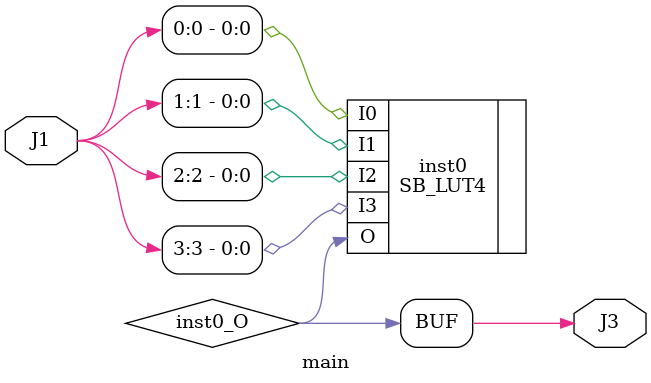
<source format=v>
module main (input [3:0] J1, output  J3);
wire  inst0_O;
SB_LUT4 #(.LUT_INIT(16'h0001)) inst0 (.I0(J1[0]), .I1(J1[1]), .I2(J1[2]), .I3(J1[3]), .O(inst0_O));
assign J3 = inst0_O;
endmodule


</source>
